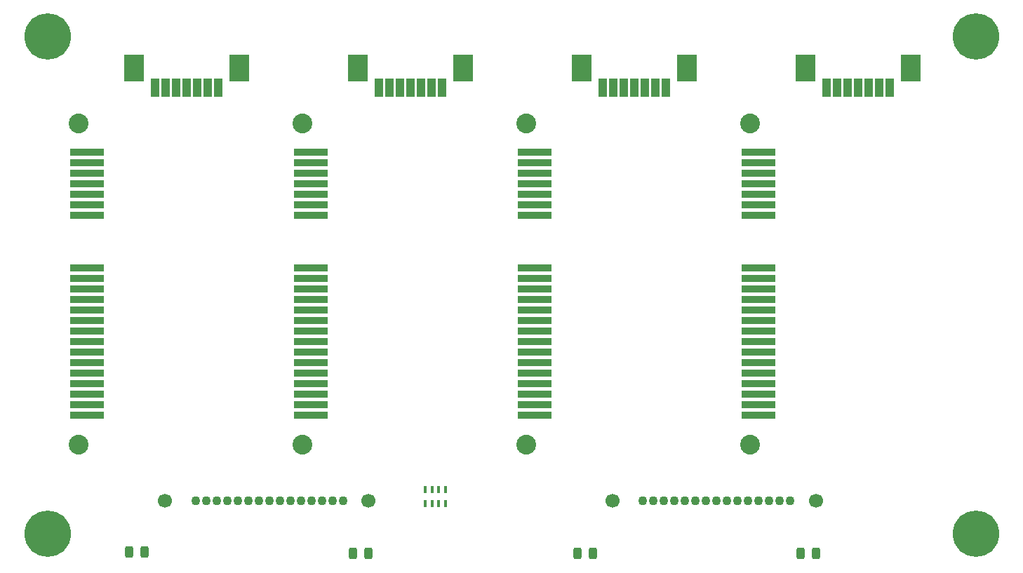
<source format=gbr>
%TF.GenerationSoftware,KiCad,Pcbnew,8.0.7*%
%TF.CreationDate,2025-02-19T10:26:08-06:00*%
%TF.ProjectId,RickNAS_4PortSATA,5269636b-4e41-4535-9f34-506f72745341,rev?*%
%TF.SameCoordinates,Original*%
%TF.FileFunction,Soldermask,Top*%
%TF.FilePolarity,Negative*%
%FSLAX46Y46*%
G04 Gerber Fmt 4.6, Leading zero omitted, Abs format (unit mm)*
G04 Created by KiCad (PCBNEW 8.0.7) date 2025-02-19 10:26:08*
%MOMM*%
%LPD*%
G01*
G04 APERTURE LIST*
G04 Aperture macros list*
%AMRoundRect*
0 Rectangle with rounded corners*
0 $1 Rounding radius*
0 $2 $3 $4 $5 $6 $7 $8 $9 X,Y pos of 4 corners*
0 Add a 4 corners polygon primitive as box body*
4,1,4,$2,$3,$4,$5,$6,$7,$8,$9,$2,$3,0*
0 Add four circle primitives for the rounded corners*
1,1,$1+$1,$2,$3*
1,1,$1+$1,$4,$5*
1,1,$1+$1,$6,$7*
1,1,$1+$1,$8,$9*
0 Add four rect primitives between the rounded corners*
20,1,$1+$1,$2,$3,$4,$5,0*
20,1,$1+$1,$4,$5,$6,$7,0*
20,1,$1+$1,$6,$7,$8,$9,0*
20,1,$1+$1,$8,$9,$2,$3,0*%
G04 Aperture macros list end*
%ADD10R,0.400000X0.900000*%
%ADD11RoundRect,0.243750X-0.243750X-0.456250X0.243750X-0.456250X0.243750X0.456250X-0.243750X0.456250X0*%
%ADD12C,2.387600*%
%ADD13R,4.089400X0.889000*%
%ADD14R,2.387600X3.200400*%
%ADD15R,0.990600X2.209800*%
%ADD16C,5.600000*%
%ADD17C,1.700000*%
%ADD18C,1.100000*%
G04 APERTURE END LIST*
D10*
%TO.C,RN1*%
X139000000Y-133650000D03*
X138200000Y-133650000D03*
X137400000Y-133650000D03*
X136600000Y-133650000D03*
X136600000Y-135350000D03*
X137400000Y-135350000D03*
X138200000Y-135350000D03*
X139000000Y-135350000D03*
%TD*%
D11*
%TO.C,D4*%
X181862500Y-141400000D03*
X183737500Y-141400000D03*
%TD*%
%TO.C,D3*%
X154925000Y-141400000D03*
X156800000Y-141400000D03*
%TD*%
%TO.C,D2*%
X127862500Y-141400000D03*
X129737500Y-141400000D03*
%TD*%
%TO.C,D1*%
X100862500Y-141200000D03*
X102737500Y-141200000D03*
%TD*%
D12*
%TO.C,U4*%
X148764698Y-89490027D03*
X148764698Y-128220023D03*
D13*
X149764699Y-92980014D03*
X149764699Y-94250025D03*
X149764699Y-95520025D03*
X149764699Y-96790025D03*
X149764699Y-98060025D03*
X149764699Y-99330025D03*
X149764699Y-100600025D03*
X149764699Y-106950014D03*
X149764699Y-108220025D03*
X149764699Y-109490025D03*
X149764699Y-110760025D03*
X149764699Y-112030025D03*
X149764699Y-113300025D03*
X149764699Y-114570025D03*
X149764699Y-115840025D03*
X149764699Y-117110025D03*
X149764699Y-118380025D03*
X149764699Y-119650025D03*
X149764699Y-120920025D03*
X149764699Y-122190025D03*
X149764699Y-123460025D03*
X149764699Y-124730025D03*
%TD*%
D14*
%TO.C,U2*%
X114170001Y-82818499D03*
X101430001Y-82818499D03*
D15*
X103990001Y-85178499D03*
X105260001Y-85178499D03*
X106530001Y-85178499D03*
X107800001Y-85178499D03*
X109070001Y-85178499D03*
X110340001Y-85178499D03*
X111610001Y-85178499D03*
%TD*%
D16*
%TO.C,H3*%
X91000000Y-139000000D03*
%TD*%
D17*
%TO.C,U10*%
X159180000Y-135000000D03*
X183710000Y-135000000D03*
D18*
X162840000Y-135000000D03*
X164110000Y-135000000D03*
X165380000Y-135000000D03*
X166650000Y-135000000D03*
X167920000Y-135000000D03*
X169190000Y-135000000D03*
X170460000Y-135000000D03*
X171730000Y-135000000D03*
X173000000Y-135000000D03*
X174270000Y-135000000D03*
X175540000Y-135000000D03*
X176810000Y-135000000D03*
X178080000Y-135000000D03*
X179350000Y-135000000D03*
X180620000Y-135000000D03*
%TD*%
D12*
%TO.C,U1*%
X94764698Y-89490027D03*
X94764698Y-128220023D03*
D13*
X95764699Y-92980014D03*
X95764699Y-94250025D03*
X95764699Y-95520025D03*
X95764699Y-96790025D03*
X95764699Y-98060025D03*
X95764699Y-99330025D03*
X95764699Y-100600025D03*
X95764699Y-106950014D03*
X95764699Y-108220025D03*
X95764699Y-109490025D03*
X95764699Y-110760025D03*
X95764699Y-112030025D03*
X95764699Y-113300025D03*
X95764699Y-114570025D03*
X95764699Y-115840025D03*
X95764699Y-117110025D03*
X95764699Y-118380025D03*
X95764699Y-119650025D03*
X95764699Y-120920025D03*
X95764699Y-122190025D03*
X95764699Y-123460025D03*
X95764699Y-124730025D03*
%TD*%
D12*
%TO.C,U8*%
X175764698Y-89490027D03*
X175764698Y-128220023D03*
D13*
X176764699Y-92980014D03*
X176764699Y-94250025D03*
X176764699Y-95520025D03*
X176764699Y-96790025D03*
X176764699Y-98060025D03*
X176764699Y-99330025D03*
X176764699Y-100600025D03*
X176764699Y-106950014D03*
X176764699Y-108220025D03*
X176764699Y-109490025D03*
X176764699Y-110760025D03*
X176764699Y-112030025D03*
X176764699Y-113300025D03*
X176764699Y-114570025D03*
X176764699Y-115840025D03*
X176764699Y-117110025D03*
X176764699Y-118380025D03*
X176764699Y-119650025D03*
X176764699Y-120920025D03*
X176764699Y-122190025D03*
X176764699Y-123460025D03*
X176764699Y-124730025D03*
%TD*%
D14*
%TO.C,U7*%
X141170001Y-82818499D03*
X128430001Y-82818499D03*
D15*
X130990001Y-85178499D03*
X132260001Y-85178499D03*
X133530001Y-85178499D03*
X134800001Y-85178499D03*
X136070001Y-85178499D03*
X137340001Y-85178499D03*
X138610001Y-85178499D03*
%TD*%
D16*
%TO.C,H4*%
X203000000Y-139000000D03*
%TD*%
D17*
%TO.C,U3*%
X105180000Y-135000000D03*
X129710000Y-135000000D03*
D18*
X108840000Y-135000000D03*
X110110000Y-135000000D03*
X111380000Y-135000000D03*
X112650000Y-135000000D03*
X113920000Y-135000000D03*
X115190000Y-135000000D03*
X116460000Y-135000000D03*
X117730000Y-135000000D03*
X119000000Y-135000000D03*
X120270000Y-135000000D03*
X121540000Y-135000000D03*
X122810000Y-135000000D03*
X124080000Y-135000000D03*
X125350000Y-135000000D03*
X126620000Y-135000000D03*
%TD*%
D12*
%TO.C,U6*%
X121764698Y-89490027D03*
X121764698Y-128220023D03*
D13*
X122764699Y-92980014D03*
X122764699Y-94250025D03*
X122764699Y-95520025D03*
X122764699Y-96790025D03*
X122764699Y-98060025D03*
X122764699Y-99330025D03*
X122764699Y-100600025D03*
X122764699Y-106950014D03*
X122764699Y-108220025D03*
X122764699Y-109490025D03*
X122764699Y-110760025D03*
X122764699Y-112030025D03*
X122764699Y-113300025D03*
X122764699Y-114570025D03*
X122764699Y-115840025D03*
X122764699Y-117110025D03*
X122764699Y-118380025D03*
X122764699Y-119650025D03*
X122764699Y-120920025D03*
X122764699Y-122190025D03*
X122764699Y-123460025D03*
X122764699Y-124730025D03*
%TD*%
D14*
%TO.C,U5*%
X168170001Y-82818499D03*
X155430001Y-82818499D03*
D15*
X157990001Y-85178499D03*
X159260001Y-85178499D03*
X160530001Y-85178499D03*
X161800001Y-85178499D03*
X163070001Y-85178499D03*
X164340001Y-85178499D03*
X165610001Y-85178499D03*
%TD*%
D16*
%TO.C,H2*%
X203000000Y-79000000D03*
%TD*%
D14*
%TO.C,U9*%
X195170001Y-82818499D03*
X182430001Y-82818499D03*
D15*
X184990001Y-85178499D03*
X186260001Y-85178499D03*
X187530001Y-85178499D03*
X188800001Y-85178499D03*
X190070001Y-85178499D03*
X191340001Y-85178499D03*
X192610001Y-85178499D03*
%TD*%
D16*
%TO.C,H1*%
X91000000Y-79000000D03*
%TD*%
M02*

</source>
